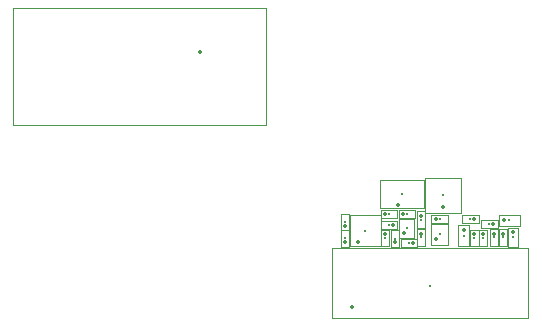
<source format=gbr>
%TF.GenerationSoftware,KiCad,Pcbnew,(7.0.0)*%
%TF.CreationDate,2023-07-14T15:49:26-04:00*%
%TF.ProjectId,headstage-neuropix1e,68656164-7374-4616-9765-2d6e6575726f,A*%
%TF.SameCoordinates,Original*%
%TF.FileFunction,Component,L1,Top*%
%TF.FilePolarity,Positive*%
%FSLAX46Y46*%
G04 Gerber Fmt 4.6, Leading zero omitted, Abs format (unit mm)*
G04 Created by KiCad (PCBNEW (7.0.0)) date 2023-07-14 15:49:26*
%MOMM*%
%LPD*%
G01*
G04 APERTURE LIST*
%TA.AperFunction,ComponentMain*%
%ADD10C,0.300000*%
%TD*%
%TA.AperFunction,ComponentOutline,Courtyard*%
%ADD11C,0.100000*%
%TD*%
%TA.AperFunction,ComponentPin*%
%ADD12P,0.360000X4X0.000000*%
%TD*%
%TA.AperFunction,ComponentPin*%
%ADD13C,0.000000*%
%TD*%
G04 APERTURE END LIST*
D10*
%TO.C,"R1"*%
%TO.CFtp,"R_0201_0603Metric"*%
%TO.CVal,"1k"*%
%TO.CLbN,"Resistor_SMD"*%
%TO.CMnt,SMD*%
%TO.CRot,0*%
X140650000Y-90200000D03*
D11*
X141349999Y-90549999D02*
X139950001Y-90549999D01*
X139950001Y-89850001D01*
X141349999Y-89850001D01*
X141349999Y-90549999D01*
D12*
%TO.P,"R1","1"*%
X140330000Y-90200000D03*
D13*
%TO.P,"R1","2"*%
X140970000Y-90200000D03*
%TD*%
D10*
%TO.C,"C16"*%
%TO.CFtp,"C_0201_0603Metric"*%
%TO.CVal,"10nF"*%
%TO.CLbN,"Capacitor_SMD"*%
%TO.CMnt,SMD*%
%TO.CRot,-90*%
X146350000Y-92200000D03*
D11*
X146699999Y-92899999D02*
X146000001Y-92899999D01*
X146000001Y-91500001D01*
X146699999Y-91500001D01*
X146699999Y-92899999D01*
D12*
%TO.P,"C16","1"*%
X146350000Y-91880000D03*
D13*
%TO.P,"C16","2"*%
X146350000Y-92520000D03*
%TD*%
D10*
%TO.C,"J5"*%
%TO.CFtp,"MOLEX_5050700622"*%
%TO.CVal,"5050700622"*%
%TO.CLbN,"jonnew"*%
%TO.CMnt,SMD*%
%TO.CRot,0*%
X140200000Y-88500000D03*
D11*
X142049999Y-89699999D02*
X138350001Y-89699999D01*
X138350001Y-87300001D01*
X142049999Y-87300001D01*
X142049999Y-89699999D01*
D12*
%TO.P,"J5","1","Pin_1"*%
X139850000Y-89410000D03*
D13*
%TO.P,"J5","2","Pin_2"*%
X139850000Y-87590000D03*
%TO.P,"J5","3","Pin_3"*%
X140200000Y-89410000D03*
%TO.P,"J5","4","Pin_4"*%
X140200000Y-87590000D03*
%TO.P,"J5","5","Pin_5"*%
X140550000Y-89410000D03*
%TO.P,"J5","6","Pin_6"*%
X140550000Y-87590000D03*
%TO.P,"J5","MP1","MountPin1"*%
X139475000Y-89265000D03*
%TO.P,"J5","MP2","MountPin2"*%
X139475000Y-87735000D03*
%TO.P,"J5","MP3","MountPin3"*%
X140925000Y-89265000D03*
%TO.P,"J5","MP4","MountPin4"*%
X140925000Y-87735000D03*
%TD*%
D10*
%TO.C,"J1"*%
%TO.CFtp,"HIROSE_X.FL-R-SMT-1"*%
%TO.CVal,"X.FL-R-SMT-1(02)"*%
%TO.CLbN,"jonnew"*%
%TO.CMnt,SMD*%
%TO.CRot,0*%
X143700000Y-88600000D03*
D11*
X145199999Y-90099999D02*
X142200001Y-90099999D01*
X142200001Y-87100001D01*
X145199999Y-87100001D01*
X145199999Y-90099999D01*
D12*
%TO.P,"J1","1","In"*%
X143700000Y-89575000D03*
D13*
%TO.P,"J1","2","Ext"*%
X142700000Y-88600000D03*
X143700000Y-87575000D03*
X144700000Y-88600000D03*
%TD*%
D10*
%TO.C,"R15"*%
%TO.CFtp,"R_0201_0603Metric"*%
%TO.CVal,"49.9"*%
%TO.CLbN,"Resistor_SMD"*%
%TO.CMnt,SMD*%
%TO.CRot,180*%
X139100000Y-91100000D03*
D11*
X139799999Y-91449999D02*
X138400001Y-91449999D01*
X138400001Y-90750001D01*
X139799999Y-90750001D01*
X139799999Y-91449999D01*
D12*
%TO.P,"R15","1"*%
X139420000Y-91100000D03*
D13*
%TO.P,"R15","2"*%
X138780000Y-91100000D03*
%TD*%
D10*
%TO.C,"R12"*%
%TO.CFtp,"R_0201_0603Metric"*%
%TO.CVal,"1k"*%
%TO.CLbN,"Resistor_SMD"*%
%TO.CMnt,SMD*%
%TO.CRot,-90*%
X141850000Y-90650000D03*
D11*
X142199999Y-91349999D02*
X141500001Y-91349999D01*
X141500001Y-89950001D01*
X142199999Y-89950001D01*
X142199999Y-91349999D01*
D12*
%TO.P,"R12","1"*%
X141850000Y-90330000D03*
D13*
%TO.P,"R12","2"*%
X141850000Y-90970000D03*
%TD*%
D10*
%TO.C,"C18"*%
%TO.CFtp,"C_0402_1005Metric"*%
%TO.CVal,"10uF"*%
%TO.CLbN,"Capacitor_SMD"*%
%TO.CMnt,SMD*%
%TO.CRot,-90*%
X145450000Y-92000000D03*
D11*
X145909999Y-92909999D02*
X144990001Y-92909999D01*
X144990001Y-91090001D01*
X145909999Y-91090001D01*
X145909999Y-92909999D01*
D12*
%TO.P,"C18","1"*%
X145450000Y-91520000D03*
D13*
%TO.P,"C18","2"*%
X145450000Y-92480000D03*
%TD*%
D10*
%TO.C,"C7"*%
%TO.CFtp,"C_0201_0603Metric"*%
%TO.CVal,"1uF"*%
%TO.CLbN,"Capacitor_SMD"*%
%TO.CMnt,SMD*%
%TO.CRot,90*%
X135400000Y-90845000D03*
D11*
X135749999Y-91544999D02*
X135050001Y-91544999D01*
X135050001Y-90145001D01*
X135749999Y-90145001D01*
X135749999Y-91544999D01*
D12*
%TO.P,"C7","1"*%
X135400000Y-91165000D03*
D13*
%TO.P,"C7","2"*%
X135400000Y-90525000D03*
%TD*%
D10*
%TO.C,"U5"*%
%TO.CFtp,"ANALOG_N60T1+1_WLP6-1.24x0.84x0.5"*%
%TO.CVal,"MAX40111ANT"*%
%TO.CLbN,"oe_common"*%
%TO.CMnt,SMD*%
%TO.CRot,90*%
X140600000Y-91400000D03*
D11*
X141199999Y-92199999D02*
X140000001Y-92199999D01*
X140000001Y-90600001D01*
X141199999Y-90600001D01*
X141199999Y-92199999D01*
D12*
%TO.P,"U5","A1","V+"*%
X140400000Y-91800000D03*
D13*
%TO.P,"U5","A2","~{SHDN}"*%
X140400000Y-91400000D03*
%TO.P,"U5","A3"*%
X140400000Y-91000000D03*
%TO.P,"U5","B1","+"*%
X140800000Y-91800000D03*
%TO.P,"U5","B2","V-"*%
X140800000Y-91400000D03*
%TO.P,"U5","B3","-"*%
X140800000Y-91000000D03*
%TD*%
D10*
%TO.C,"U3"*%
%TO.CFtp,"Texas_X2SON-4_1x1mm_P0.65mm"*%
%TO.CVal,"TPS3839G18DQNT"*%
%TO.CLbN,"Package_SON"*%
%TO.CMnt,SMD*%
%TO.CRot,90*%
X143400000Y-91900000D03*
D11*
X144149999Y-92809999D02*
X142650001Y-92809999D01*
X142650001Y-90990001D01*
X144149999Y-90990001D01*
X144149999Y-92809999D01*
D12*
%TO.P,"U3","1","~{RESET}"*%
X143075000Y-92330000D03*
D13*
%TO.P,"U3","2","NC"*%
X143725000Y-92330000D03*
%TO.P,"U3","3","GND"*%
X143725000Y-91470000D03*
%TO.P,"U3","4","VDD"*%
X143075000Y-91470000D03*
%TO.P,"U3","5","TP"*%
X143400000Y-91900000D03*
%TD*%
D10*
%TO.C,"C20"*%
%TO.CFtp,"C_0201_0603Metric"*%
%TO.CVal,"0.1uF"*%
%TO.CLbN,"Capacitor_SMD"*%
%TO.CMnt,SMD*%
%TO.CRot,-90*%
X148750000Y-92150000D03*
D11*
X149099999Y-92849999D02*
X148400001Y-92849999D01*
X148400001Y-91450001D01*
X149099999Y-91450001D01*
X149099999Y-92849999D01*
D12*
%TO.P,"C20","1"*%
X148750000Y-91830000D03*
D13*
%TO.P,"C20","2"*%
X148750000Y-92470000D03*
%TD*%
D10*
%TO.C,"R5"*%
%TO.CFtp,"R_0201_0603Metric"*%
%TO.CVal,"7.15k"*%
%TO.CLbN,"Resistor_SMD"*%
%TO.CMnt,SMD*%
%TO.CRot,90*%
X135400000Y-92245000D03*
D11*
X135749999Y-92944999D02*
X135050001Y-92944999D01*
X135050001Y-91545001D01*
X135749999Y-91545001D01*
X135749999Y-92944999D01*
D12*
%TO.P,"R5","1"*%
X135400000Y-92565000D03*
D13*
%TO.P,"R5","2"*%
X135400000Y-91925000D03*
%TD*%
D10*
%TO.C,"C17"*%
%TO.CFtp,"C_0201_0603Metric"*%
%TO.CVal,"0.1uF"*%
%TO.CLbN,"Capacitor_SMD"*%
%TO.CMnt,SMD*%
%TO.CRot,-90*%
X147050000Y-92200000D03*
D11*
X147399999Y-92899999D02*
X146700001Y-92899999D01*
X146700001Y-91500001D01*
X147399999Y-91500001D01*
X147399999Y-92899999D01*
D12*
%TO.P,"C17","1"*%
X147050000Y-91880000D03*
D13*
%TO.P,"C17","2"*%
X147050000Y-92520000D03*
%TD*%
D10*
%TO.C,"R11"*%
%TO.CFtp,"R_0201_0603Metric"*%
%TO.CVal,"1k"*%
%TO.CLbN,"Resistor_SMD"*%
%TO.CMnt,SMD*%
%TO.CRot,180*%
X140800000Y-92600000D03*
D11*
X141499999Y-92949999D02*
X140100001Y-92949999D01*
X140100001Y-92250001D01*
X141499999Y-92250001D01*
X141499999Y-92949999D01*
D12*
%TO.P,"R11","1"*%
X141120000Y-92600000D03*
D13*
%TO.P,"R11","2"*%
X140480000Y-92600000D03*
%TD*%
D10*
%TO.C,"U2"*%
%TO.CFtp,"TI_DRV0006A_WSON6-2x2x0.75-1x1.6EP"*%
%TO.CVal,"TPS71918-12DRVR"*%
%TO.CLbN,"oe_common"*%
%TO.CMnt,SMD*%
%TO.CRot,90*%
X137100000Y-91600000D03*
D11*
X138399999Y-92899999D02*
X135800001Y-92899999D01*
X135800001Y-90300001D01*
X138399999Y-90300001D01*
X138399999Y-92899999D01*
D12*
%TO.P,"U2","1","VOUT1"*%
X136450000Y-92575000D03*
D13*
%TO.P,"U2","2","VIN"*%
X137100000Y-92575000D03*
%TO.P,"U2","3","VOUT2"*%
X137750000Y-92575000D03*
%TO.P,"U2","4","EN2"*%
X137750000Y-90625000D03*
%TO.P,"U2","5","GND"*%
X137100000Y-90625000D03*
%TO.P,"U2","6","EN1"*%
X136450000Y-90625000D03*
%TO.P,"U2","7","GND"*%
X137100000Y-91600000D03*
%TD*%
D10*
%TO.C,"C25"*%
%TO.CFtp,"C_0201_0603Metric"*%
%TO.CVal,"0.1uF"*%
%TO.CLbN,"Capacitor_SMD"*%
%TO.CMnt,SMD*%
%TO.CRot,90*%
X139650000Y-92250000D03*
D11*
X139999999Y-92949999D02*
X139300001Y-92949999D01*
X139300001Y-91550001D01*
X139999999Y-91550001D01*
X139999999Y-92949999D01*
D12*
%TO.P,"C25","1"*%
X139650000Y-92570000D03*
D13*
%TO.P,"C25","2"*%
X139650000Y-91930000D03*
%TD*%
D10*
%TO.C,"R14"*%
%TO.CFtp,"R_0201_0603Metric"*%
%TO.CVal,"10k"*%
%TO.CLbN,"Resistor_SMD"*%
%TO.CMnt,SMD*%
%TO.CRot,-90*%
X138800000Y-92200000D03*
D11*
X139149999Y-92899999D02*
X138450001Y-92899999D01*
X138450001Y-91500001D01*
X139149999Y-91500001D01*
X139149999Y-92899999D01*
D12*
%TO.P,"R14","1"*%
X138800000Y-91880000D03*
D13*
%TO.P,"R14","2"*%
X138800000Y-92520000D03*
%TD*%
D10*
%TO.C,"L4"*%
%TO.CFtp,"L_0201_0603Metric"*%
%TO.CVal,"BLF03RD501GZED"*%
%TO.CLbN,"Inductor_SMD"*%
%TO.CMnt,SMD*%
%TO.CRot,180*%
X147600000Y-91000000D03*
D11*
X148299999Y-91349999D02*
X146900001Y-91349999D01*
X146900001Y-90650001D01*
X148299999Y-90650001D01*
X148299999Y-91349999D01*
D12*
%TO.P,"L4","1","1"*%
X147920000Y-91000000D03*
D13*
%TO.P,"L4","2","2"*%
X147280000Y-91000000D03*
%TD*%
D10*
%TO.C,"C19"*%
%TO.CFtp,"C_0201_0603Metric"*%
%TO.CVal,"10nF"*%
%TO.CLbN,"Capacitor_SMD"*%
%TO.CMnt,SMD*%
%TO.CRot,-90*%
X148000000Y-92150000D03*
D11*
X148349999Y-92849999D02*
X147650001Y-92849999D01*
X147650001Y-91450001D01*
X148349999Y-91450001D01*
X148349999Y-92849999D01*
D12*
%TO.P,"C19","1"*%
X148000000Y-91830000D03*
D13*
%TO.P,"C19","2"*%
X148000000Y-92470000D03*
%TD*%
D10*
%TO.C,"C4"*%
%TO.CFtp,"C_0201_0603Metric"*%
%TO.CVal,"0.1uF"*%
%TO.CLbN,"Capacitor_SMD"*%
%TO.CMnt,SMD*%
%TO.CRot,0*%
X143400000Y-90600000D03*
D11*
X144099999Y-90949999D02*
X142700001Y-90949999D01*
X142700001Y-90250001D01*
X144099999Y-90250001D01*
X144099999Y-90949999D01*
D12*
%TO.P,"C4","1"*%
X143080000Y-90600000D03*
D13*
%TO.P,"C4","2"*%
X143720000Y-90600000D03*
%TD*%
D10*
%TO.C,"J2"*%
%TO.CFtp,"HIROSE_FH23-45S-0.3SHW(05)"*%
%TO.CVal,"FH23-45S-0.3SHW(05)"*%
%TO.CLbN,"oe_common"*%
%TO.CMnt,SMD*%
%TO.CRot,0*%
X142600000Y-96250000D03*
D11*
X150899999Y-98949999D02*
X134300001Y-98949999D01*
X134300001Y-93050001D01*
X150899999Y-93050001D01*
X150899999Y-98949999D01*
D12*
%TO.P,"J2","1","Pin_1"*%
X136000000Y-98025000D03*
D13*
%TO.P,"J2","2","Pin_2"*%
X136300000Y-93600000D03*
%TO.P,"J2","3","Pin_3"*%
X136600000Y-98025000D03*
%TO.P,"J2","4","Pin_4"*%
X136900000Y-93600000D03*
%TO.P,"J2","5","Pin_5"*%
X137200000Y-98025000D03*
%TO.P,"J2","6","Pin_6"*%
X137500000Y-93600000D03*
%TO.P,"J2","7","Pin_7"*%
X137800000Y-98025000D03*
%TO.P,"J2","8","Pin_8"*%
X138100000Y-93600000D03*
%TO.P,"J2","9","Pin_9"*%
X138400000Y-98025000D03*
%TO.P,"J2","10","Pin_10"*%
X138700000Y-93600000D03*
%TO.P,"J2","11","Pin_11"*%
X139000000Y-98025000D03*
%TO.P,"J2","12","Pin_12"*%
X139300000Y-93600000D03*
%TO.P,"J2","13","Pin_13"*%
X139600000Y-98025000D03*
%TO.P,"J2","14","Pin_14"*%
X139900000Y-93600000D03*
%TO.P,"J2","15","Pin_15"*%
X140200000Y-98025000D03*
%TO.P,"J2","16","Pin_16"*%
X140500000Y-93600000D03*
%TO.P,"J2","17","Pin_17"*%
X140800000Y-98025000D03*
%TO.P,"J2","18","Pin_18"*%
X141100000Y-93600000D03*
%TO.P,"J2","19","Pin_19"*%
X141400000Y-98025000D03*
%TO.P,"J2","20","Pin_20"*%
X141700000Y-93600000D03*
%TO.P,"J2","21","Pin_21"*%
X142000000Y-98025000D03*
%TO.P,"J2","22","Pin_22"*%
X142300000Y-93600000D03*
%TO.P,"J2","23","Pin_23"*%
X142600000Y-98025000D03*
%TO.P,"J2","24","Pin_24"*%
X142900000Y-93600000D03*
%TO.P,"J2","25","Pin_25"*%
X143200000Y-98025000D03*
%TO.P,"J2","26","Pin_26"*%
X143500000Y-93600000D03*
%TO.P,"J2","27","Pin_27"*%
X143800000Y-98025000D03*
%TO.P,"J2","28","Pin_28"*%
X144100000Y-93600000D03*
%TO.P,"J2","29","Pin_29"*%
X144400000Y-98025000D03*
%TO.P,"J2","30","Pin_30"*%
X144700000Y-93600000D03*
%TO.P,"J2","31","Pin_31"*%
X145000000Y-98025000D03*
%TO.P,"J2","32","Pin_32"*%
X145300000Y-93600000D03*
%TO.P,"J2","33","Pin_33"*%
X145600000Y-98025000D03*
%TO.P,"J2","34","Pin_34"*%
X145900000Y-93600000D03*
%TO.P,"J2","35","Pin_35"*%
X146200000Y-98025000D03*
%TO.P,"J2","36","Pin_36"*%
X146500000Y-93600000D03*
%TO.P,"J2","37","Pin_37"*%
X146800000Y-98025000D03*
%TO.P,"J2","38","Pin_38"*%
X147100000Y-93600000D03*
%TO.P,"J2","39","Pin_39"*%
X147400000Y-98025000D03*
%TO.P,"J2","40","Pin_40"*%
X147700000Y-93600000D03*
%TO.P,"J2","41","Pin_41"*%
X148000000Y-98025000D03*
%TO.P,"J2","42","Pin_42"*%
X148300000Y-93600000D03*
%TO.P,"J2","43","Pin_43"*%
X148600000Y-98025000D03*
%TO.P,"J2","44","Pin_44"*%
X148900000Y-93600000D03*
%TO.P,"J2","45","Pin_45"*%
X149200000Y-98025000D03*
%TD*%
D10*
%TO.C,"C21"*%
%TO.CFtp,"C_0402_1005Metric"*%
%TO.CVal,"10uF"*%
%TO.CLbN,"Capacitor_SMD"*%
%TO.CMnt,SMD*%
%TO.CRot,0*%
X149300000Y-90700000D03*
D11*
X150209999Y-91159999D02*
X148390001Y-91159999D01*
X148390001Y-90240001D01*
X150209999Y-90240001D01*
X150209999Y-91159999D01*
D12*
%TO.P,"C21","1"*%
X148820000Y-90700000D03*
D13*
%TO.P,"C21","2"*%
X149780000Y-90700000D03*
%TD*%
D10*
%TO.C,"R10"*%
%TO.CFtp,"R_0201_0603Metric"*%
%TO.CVal,"49.9"*%
%TO.CLbN,"Resistor_SMD"*%
%TO.CMnt,SMD*%
%TO.CRot,180*%
X146000000Y-90600000D03*
D11*
X146699999Y-90949999D02*
X145300001Y-90949999D01*
X145300001Y-90250001D01*
X146699999Y-90250001D01*
X146699999Y-90949999D01*
D12*
%TO.P,"R10","1"*%
X146320000Y-90600000D03*
D13*
%TO.P,"R10","2"*%
X145680000Y-90600000D03*
%TD*%
D10*
%TO.C,"J3"*%
%TO.CFtp,"IDC-Header_2x05_P2.54mm_Vertical"*%
%TO.CVal,"SBH11-PBPC-D05-ST-BK"*%
%TO.CLbN,"Connector_IDC"*%
%TO.CMnt,TH*%
%TO.CRot,-90*%
X123080000Y-76447500D03*
D11*
X128679999Y-82667499D02*
X107320001Y-82667499D01*
X107320001Y-72767501D01*
X128679999Y-72767501D01*
X128679999Y-82667499D01*
D12*
%TO.P,"J3","1","Pin_1"*%
X123080000Y-76447500D03*
D13*
%TO.P,"J3","2","Pin_2"*%
X123080000Y-78987500D03*
%TO.P,"J3","3","Pin_3"*%
X120540000Y-76447500D03*
%TO.P,"J3","4","Pin_4"*%
X120540000Y-78987500D03*
%TO.P,"J3","5","Pin_5"*%
X118000000Y-76447500D03*
%TO.P,"J3","6","Pin_6"*%
X118000000Y-78987500D03*
%TO.P,"J3","7","Pin_7"*%
X115460000Y-76447500D03*
%TO.P,"J3","8","Pin_8"*%
X115460000Y-78987500D03*
%TO.P,"J3","9","Pin_9"*%
X112920000Y-76447500D03*
%TO.P,"J3","10","Pin_10"*%
X112920000Y-78987500D03*
%TD*%
D10*
%TO.C,"R13"*%
%TO.CFtp,"R_0201_0603Metric"*%
%TO.CVal,"1k"*%
%TO.CLbN,"Resistor_SMD"*%
%TO.CMnt,SMD*%
%TO.CRot,-90*%
X141850000Y-92150000D03*
D11*
X142199999Y-92849999D02*
X141500001Y-92849999D01*
X141500001Y-91450001D01*
X142199999Y-91450001D01*
X142199999Y-92849999D01*
D12*
%TO.P,"R13","1"*%
X141850000Y-91830000D03*
D13*
%TO.P,"R13","2"*%
X141850000Y-92470000D03*
%TD*%
D10*
%TO.C,"R2"*%
%TO.CFtp,"R_0201_0603Metric"*%
%TO.CVal,"1k"*%
%TO.CLbN,"Resistor_SMD"*%
%TO.CMnt,SMD*%
%TO.CRot,0*%
X139100000Y-90200000D03*
D11*
X139799999Y-90549999D02*
X138400001Y-90549999D01*
X138400001Y-89850001D01*
X139799999Y-89850001D01*
X139799999Y-90549999D01*
D12*
%TO.P,"R2","1"*%
X138780000Y-90200000D03*
D13*
%TO.P,"R2","2"*%
X139420000Y-90200000D03*
%TD*%
D10*
%TO.C,"D1"*%
%TO.CFtp,"ROHM_SML-P11MTT86R"*%
%TO.CVal,"SML-P11UTT86R"*%
%TO.CLbN,"jonnew"*%
%TO.CMnt,SMD*%
%TO.CRot,-90*%
X149600000Y-92150000D03*
D11*
X149999999Y-92949999D02*
X149200001Y-92949999D01*
X149200001Y-91350001D01*
X149999999Y-91350001D01*
X149999999Y-92949999D01*
D12*
%TO.P,"D1","1","K"*%
X149600000Y-91700000D03*
D13*
%TO.P,"D1","2","A"*%
X149600000Y-92600000D03*
%TD*%
M02*

</source>
